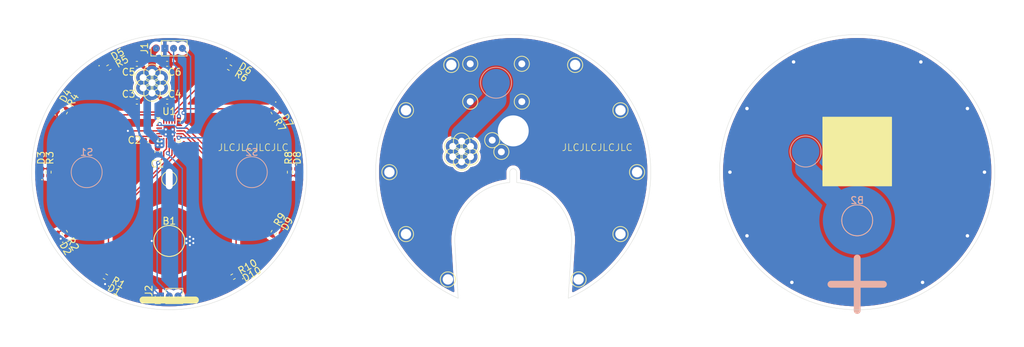
<source format=kicad_pcb>
(kicad_pcb (version 20240108) (generator "pcbnew") (generator_version "8.0")
  (layers (0 "F.Cu" signal) (31 "B.Cu" signal) (34 "B.Paste" user) (35 "F.Paste" user) (36 "B.SilkS" user "B.Silkscreen") (37 "F.SilkS" user "F.Silkscreen") (38 "B.Mask" user) (39 "F.Mask" user) (44 "Edge.Cuts" user))
  (net 0 "")
  (net 1 "Net-(D1-A)")
  (net 2 "GND")
  (net 3 "+3V0")
  (net 4 "Net-(D2-A)")
  (net 5 "Net-(D3-A)")
  (net 6 "Net-(D4-A)")
  (net 7 "Net-(D5-A)")
  (net 8 "Net-(D6-A)")
  (net 9 "Net-(D10-A)")
  (net 10 "Net-(D9-A)")
  (net 11 "Net-(D8-A)")
  (net 12 "Net-(D7-A)")
  (net 13 "/LED7")
  (net 14 "/LED6")
  (net 15 "/LED5")
  (net 16 "/LED4")
  (net 17 "/NRST")
  (net 18 "/SWIO")
  (net 19 "/LED10")
  (net 20 "/LED9")
  (net 21 "/LED8")
  (net 22 "/LED3")
  (net 23 "/LED2")
  (net 24 "/LED1")
  (net 27 "/RX")
  (net 28 "/TX")
  (net 29 "/touch2")
  (net 30 "/touch1")
  (net 31 "VSS")
  (footprint "TestPoint:TestPoint_THTPad_D1.0mm_Drill0.5mm" (layer "F.Cu") (at 133.97853 40.75 120)
    (property "Reference" "T51" (hide yes))
    (property "Value" "TestPoint_THTPad_D1.0mm_Drill0.5mm" (hide yes))
    (pad "1" thru_hole circle (at 0 0 120) (size 0.6 0.6) (drill 0.5) (layers "*.Cu" "*.Mask") (net 2 "GND"))
  )
  (footprint "TestPoint:TestPoint_THTPad_3.0x3.0mm_Drill1.5mm" (layer "F.Cu") (at 100 44)
    (property "Reference" "T1" (hide yes))
    (property "Value" "TestPoint_THTPad_3.0x3.0mm_Drill1.5mm" (hide yes))
    (pad "1" thru_hole circle (at 0 0) (size 4.5 4.5) (drill 4.5) (layers "*.Cu" "*.Mask") (net 2 "GND"))
  )
  (footprint "Resistor_SMD:R_0402_1005Metric" (layer "F.Cu") (at 40.725 65.198745 150)
    (property "Reference" "R1" (at -1 0.2 150) (layer "F.SilkS") (effects (justify left)))
    (property "Value" "47R")
    (pad "1" smd roundrect (at -0.51 0 150) (size 0.54 0.64) (layers "F.Cu" "F.Paste" "F.Mask") (net 24 "/LED1"))
    (pad "2" smd roundrect (at 0.51 0 150) (size 0.54 0.64) (layers "F.Cu" "F.Paste" "F.Mask") (net 1 "Net-(D1-A)"))
  )
  (footprint "TestPoint:TestPoint_THTPad_D1.0mm_Drill0.5mm" (layer "F.Cu") (at 166.021469 40.75)
    (property "Reference" "T43" (hide yes))
    (property "Value" "TestPoint_THTPad_D1.0mm_Drill0.5mm" (hide yes))
    (pad "1" thru_hole circle (at 0 0) (size 0.6 0.6) (drill 0.5) (layers "*.Cu" "*.Mask") (net 2 "GND"))
  )
  (footprint "LED_SMD:LED_0402_1005Metric" (layer "F.Cu") (at 33.97853 59.25 120)
    (property "Reference" "D2" (at -0.999999 -0.1 120) (layer "F.SilkS") (effects (justify left)))
    (property "Value" "LED")
    (pad "1" smd roundrect (at -0.485 0 120) (size 0.59 0.64) (layers "F.Cu" "F.Paste" "F.Mask") (net 2 "GND"))
    (pad "2" smd roundrect (at 0.485 0 120) (size 0.59 0.64) (layers "F.Cu" "F.Paste" "F.Mask") (net 4 "Net-(D2-A)"))
  )
  (footprint "Capacitor_SMD:C_0402_1005Metric" (layer "F.Cu") (at 49.7 34.25)
    (property "Reference" "C6" (at 1.1 1.2 0) (layer "F.SilkS"))
    (property "Value" "10n")
    (pad "1" smd roundrect (at -0.48 0) (size 0.56 0.62) (layers "F.Cu" "F.Paste" "F.Mask") (net 3 "+3V0"))
    (pad "2" smd roundrect (at 0.48 0) (size 0.56 0.62) (layers "F.Cu" "F.Paste" "F.Mask") (net 2 "GND"))
  )
  (footprint "TestPoint:TestPoint_THTPad_3.0x3.0mm_Drill1.5mm" (layer "F.Cu") (at 93.75 34.25 120)
    (property "Reference" "T21" (hide yes))
    (property "Value" "TestPoint_THTPad_3.0x3.0mm_Drill1.5mm" (hide yes))
    (pad "1" thru_hole circle (at 0 0 120) (size 1 1) (drill 1) (layers "*.Cu" "*.Mask") (net 2 "GND"))
  )
  (footprint "Connector_PinHeader_1.27mm:PinHeader_1x04_P1.27mm_Vertical" (layer "F.Cu") (at 48.095 32 90)
    (property "Reference" "J1" (at 0 -1.695 90) (layer "F.SilkS"))
    (property "Value" "Conn_01x04")
    (pad "1" thru_hole oval (at 0 0 90) (size 1 1) (drill 0.1) (layers "*.Cu" "*.Mask") (net 3 "+3V0"))
    (pad "2" thru_hole rect (at 0 1.27 90) (size 1 1) (drill 0.1) (layers "*.Cu" "*.Mask") (net 2 "GND"))
    (pad "3" thru_hole oval (at 0 2.54 90) (size 1 1) (drill 0.1) (layers "*.Cu" "*.Mask") (net 18 "/SWIO"))
    (pad "4" thru_hole oval (at 0 3.81 90) (size 1 1) (drill 0.1) (layers "*.Cu" "*.Mask") (net 17 "/NRST"))
  )
  (footprint "TestPoint:TestPoint_THTPad_3.0x3.0mm_Drill1.5mm" (layer "F.Cu") (at 90.5 65.588457 -150)
    (property "Reference" "T18" (hide yes))
    (property "Value" "TestPoint_THTPad_3.0x3.0mm_Drill1.5mm" (hide yes))
    (pad "1" thru_hole circle (at 0 0 210) (size 1.6 1.6) (drill 1.5) (layers "*.Cu" "*.Mask") (net 2 "GND"))
  )
  (footprint "TestPoint:TestPoint_THTPad_3.0x3.0mm_Drill1.5mm" (layer "F.Cu") (at 109.5 65.588457 -90)
    (property "Reference" "T16" (hide yes))
    (property "Value" "TestPoint_THTPad_3.0x3.0mm_Drill1.5mm" (hide yes))
    (pad "1" thru_hole circle (at 0 0 270) (size 1.6 1.6) (drill 1.5) (layers "*.Cu" "*.Mask") (net 2 "GND"))
  )
  (footprint "TestPoint:TestPoint_THTPad_3.0x3.0mm_Drill1.5mm" (layer "F.Cu") (at 82 50 150)
    (property "Reference" "T20" (hide yes))
    (property "Value" "TestPoint_THTPad_3.0x3.0mm_Drill1.5mm" (hide yes))
    (pad "1" thru_hole circle (at 0 0 150) (size 1.6 1.6) (drill 1.5) (layers "*.Cu" "*.Mask") (net 2 "GND"))
  )
  (footprint "TestPoint:TestPoint_THTPad_D2.0mm_Drill1.0mm" (layer "F.Cu") (at 92.5 45.5)
    (property "Reference" "T51" (hide yes))
    (property "Value" "TestPoint_THTPad_D2.0mm_Drill1.0mm" (hide yes))
    (pad "1" thru_hole circle (at 0 0) (size 2 2) (drill 1) (layers "*.Cu" "*.Mask") (net 3 "+3V0"))
  )
  (footprint "Resistor_SMD:R_0402_1005Metric" (layer "F.Cu") (at 34.801254 58.775 120)
    (property "Reference" "R2" (at -1 0.2 120) (layer "F.SilkS") (effects (justify left)))
    (property "Value" "47R")
    (pad "1" smd roundrect (at -0.51 0 120) (size 0.54 0.64) (layers "F.Cu" "F.Paste" "F.Mask") (net 23 "/LED2"))
    (pad "2" smd roundrect (at 0.51 0 120) (size 0.54 0.64) (layers "F.Cu" "F.Paste" "F.Mask") (net 4 "Net-(D2-A)"))
  )
  (footprint "LED_SMD:LED_0402_1005Metric" (layer "F.Cu") (at 40.25 66.021469 150)
    (property "Reference" "D1" (at -1 -0.100001 150) (layer "F.SilkS") (effects (justify left)))
    (property "Value" "LED")
    (pad "1" smd roundrect (at -0.485 0 150) (size 0.59 0.64) (layers "F.Cu" "F.Paste" "F.Mask") (net 2 "GND"))
    (pad "2" smd roundrect (at 0.485 0 150) (size 0.59 0.64) (layers "F.Cu" "F.Paste" "F.Mask") (net 1 "Net-(D1-A)"))
  )
  (footprint "TestPoint:TestPoint_THTPad_3.0x3.0mm_Drill1.5mm" (layer "F.Cu") (at 84.411542 59 180)
    (property "Reference" "T19" (hide yes))
    (property "Value" "TestPoint_THTPad_3.0x3.0mm_Drill1.5mm" (hide yes))
    (pad "1" thru_hole circle (at 0 0 180) (size 1.6 1.6) (drill 1.5) (layers "*.Cu" "*.Mask") (net 2 "GND"))
  )
  (footprint "Package_DFN_QFN:QFN-20-1EP_3x3mm_P0.4mm_EP1.65x1.65mm" (layer "F.Cu") (at 50 44)
    (property "Reference" "U1" (at 0 -2.83 0) (layer "F.SilkS"))
    (property "Value" "WCH CH32V003F4U6")
    (pad "1" smd roundrect (at -1.45 -0.8) (size 0.85 0.2) (layers "F.Cu" "F.Paste" "F.Mask") (net 17 "/NRST"))
    (pad "2" smd roundrect (at -1.45 -0.4) (size 0.85 0.2) (layers "F.Cu" "F.Paste" "F.Mask"))
    (pad "3" smd roundrect (at -1.45 0) (size 0.85 0.2) (layers "F.Cu" "F.Paste" "F.Mask") (net 30 "/touch1"))
    (pad "4" smd roundrect (at -1.45 0.4) (size 0.85 0.2) (layers "F.Cu" "F.Paste" "F.Mask") (net 2 "GND"))
    (pad "5" smd roundrect (at -1.45 0.8) (size 0.85 0.2) (layers "F.Cu" "F.Paste" "F.Mask") (net 22 "/LED3"))
    (pad "6" smd roundrect (at -0.8 1.45) (size 0.2 0.85) (layers "F.Cu" "F.Paste" "F.Mask") (net 3 "+3V0"))
    (pad "7" smd roundrect (at -0.4 1.45) (size 0.2 0.85) (layers "F.Cu" "F.Paste" "F.Mask") (net 28 "/TX"))
    (pad "8" smd roundrect (at 0 1.45) (size 0.2 0.85) (layers "F.Cu" "F.Paste" "F.Mask") (net 27 "/RX"))
    (pad "9" smd roundrect (at 0.4 1.45) (size 0.2 0.85) (layers "F.Cu" "F.Paste" "F.Mask") (net 23 "/LED2"))
    (pad "10" smd roundrect (at 0.8 1.45) (size 0.2 0.85) (layers "F.Cu" "F.Paste" "F.Mask") (net 24 "/LED1"))
    (pad "11" smd roundrect (at 1.45 0.8) (size 0.85 0.2) (layers "F.Cu" "F.Paste" "F.Mask") (net 29 "/touch2"))
    (pad "12" smd roundrect (at 1.45 0.4) (size 0.85 0.2) (layers "F.Cu" "F.Paste" "F.Mask") (net 19 "/LED10"))
    (pad "13" smd roundrect (at 1.45 0) (size 0.85 0.2) (layers "F.Cu" "F.Paste" "F.Mask") (net 20 "/LED9"))
    (pad "14" smd roundrect (at 1.45 -0.4) (size 0.85 0.2) (layers "F.Cu" "F.Paste" "F.Mask") (net 21 "/LED8"))
    (pad "15" smd roundrect (at 1.45 -0.8) (size 0.85 0.2) (layers "F.Cu" "F.Paste" "F.Mask") (net 18 "/SWIO"))
    (pad "16" smd roundrect (at 0.8 -1.45) (size 0.2 0.85) (layers "F.Cu" "F.Paste" "F.Mask") (net 13 "/LED7"))
    (pad "17" smd roundrect (at 0.4 -1.45) (size 0.2 0.85) (layers "F.Cu" "F.Paste" "F.Mask") (net 14 "/LED6"))
    (pad "18" smd roundrect (at 0 -1.45) (size 0.2 0.85) (layers "F.Cu" "F.Paste" "F.Mask"))
    (pad "19" smd roundrect (at -0.4 -1.45) (size 0.2 0.85) (layers "F.Cu" "F.Paste" "F.Mask") (net 15 "/LED5"))
    (pad "20" smd roundrect (at -0.8 -1.45) (size 0.2 0.85) (layers "F.Cu" "F.Paste" "F.Mask") (net 16 "/LED4"))
    (pad "21" smd rect (at 0 0) (size 1.65 1.65) (property pad_prop_heatsink) (layers "F.Cu" "F.Mask") (net 31 "VSS"))
  )
  (footprint "TestPoint:TestPoint_THTPad_D2.0mm_Drill1.0mm" (layer "F.Cu") (at 93.799038 47.75 -120)
    (property "Reference" "T53" (hide yes))
    (property "Value" "TestPoint_THTPad_D2.0mm_Drill1.0mm" (hide yes))
    (pad "1" thru_hole circle (at 0 0 240) (size 2 2) (drill 1) (layers "*.Cu" "*.Mask") (net 3 "+3V0"))
  )
  (footprint "TestPoint:TestPoint_THTPad_D2.0mm_Drill1.0mm" (layer "F.Cu") (at 47.5 37)
    (property "Reference" "T51" (hide yes))
    (property "Value" "TestPoint_THTPad_D2.0mm_Drill1.0mm" (hide yes))
    (pad "1" thru_hole circle (at 0 0) (size 2 2) (drill 1) (layers "*.Cu" "*.Mask") (net 3 "+3V0"))
  )
  (footprint "TestPoint:TestPoint_THTPad_3.0x3.0mm_Drill1.5mm" (layer "F.Cu") (at 96.95 45.35 120)
    (property "Reference" "T21" (hide yes))
    (property "Value" "TestPoint_THTPad_3.0x3.0mm_Drill1.5mm" (hide yes))
    (pad "1" thru_hole circle (at 0 0 120) (size 1 1) (drill 1) (layers "*.Cu" "*.Mask") (net 2 "GND"))
  )
  (footprint "TestPoint:TestPoint_THTPad_3.0x3.0mm_Drill1.5mm" (layer "F.Cu") (at 84.411542 41 120)
    (property "Reference" "T21" (hide yes))
    (property "Value" "TestPoint_THTPad_3.0x3.0mm_Drill1.5mm" (hide yes))
    (pad "1" thru_hole circle (at 0 0 120) (size 1.6 1.6) (drill 1.5) (layers "*.Cu" "*.Mask") (net 2 "GND"))
  )
  (footprint "TestPoint:TestPoint_THTPad_D2.0mm_Drill1.0mm" (layer "F.Cu") (at 92.5 48.5 180)
    (property "Reference" "T54" (hide yes))
    (property "Value" "TestPoint_THTPad_D2.0mm_Drill1.0mm" (hide yes))
    (pad "1" thru_hole circle (at 0 0 180) (size 2 2) (drill 1) (layers "*.Cu" "*.Mask") (net 3 "+3V0"))
  )
  (footprint "TestPoint:TestPoint_THTPad_3.0x3.0mm_Drill1.5mm" (layer "F.Cu") (at 101.25 39.75 120)
    (property "Reference" "T21" (hide yes))
    (property "Value" "TestPoint_THTPad_3.0x3.0mm_Drill1.5mm" (hide yes))
    (pad "1" thru_hole circle (at 0 0 120) (size 1 1) (drill 1) (layers "*.Cu" "*.Mask") (net 2 "GND"))
  )
  (footprint "Capacitor_SMD:C_0402_1005Metric" (layer "F.Cu") (at 48.275 47.05 -90)
    (property "Reference" "C1" (at 1.75 0 0) (layer "F.SilkS"))
    (property "Value" "10n")
    (pad "1" smd roundrect (at -0.48 0 270) (size 0.56 0.62) (layers "F.Cu" "F.Paste" "F.Mask") (net 3 "+3V0"))
    (pad "2" smd roundrect (at 0.48 0 270) (size 0.56 0.62) (layers "F.Cu" "F.Paste" "F.Mask") (net 2 "GND"))
  )
  (footprint "TestPoint:TestPoint_THTPad_D1.0mm_Drill0.5mm" (layer "F.Cu") (at 131.5 50 150)
    (property "Reference" "T50" (hide yes))
    (property "Value" "TestPoint_THTPad_D1.0mm_Drill0.5mm" (hide yes))
    (pad "1" thru_hole circle (at 0 0 150) (size 0.6 0.6) (drill 0.5) (layers "*.Cu" "*.Mask") (net 2 "GND"))
  )
  (footprint "TestPoint:TestPoint_THTPad_D2.0mm_Drill1.0mm" (layer "F.Cu") (at 93.799038 46.25 -60)
    (property "Reference" "T52" (hide yes))
    (property "Value" "TestPoint_THTPad_D2.0mm_Drill1.0mm" (hide yes))
    (pad "1" thru_hole circle (at 0 0 300) (size 2 2) (drill 1) (layers "*.Cu" "*.Mask") (net 3 "+3V0"))
  )
  (footprint "TestPoint:TestPoint_THTPad_3.0x3.0mm_Drill1.5mm" (layer "F.Cu") (at 115.588457 41)
    (property "Reference" "T13" (hide yes))
    (property "Value" "TestPoint_THTPad_3.0x3.0mm_Drill1.5mm" (hide yes))
    (pad "1" thru_hole circle (at 0 0) (size 1.6 1.6) (drill 1.5) (layers "*.Cu" "*.Mask") (net 2 "GND"))
  )
  (footprint "Capacitor_SMD:C_0402_1005Metric" (layer "F.Cu") (at 45.3 34.25 180)
    (property "Reference" "C5" (at 1.2 -1.2 0) (layer "F.SilkS"))
    (property "Value" "10n")
    (pad "1" smd roundrect (at -0.48 0 180) (size 0.56 0.62) (layers "F.Cu" "F.Paste" "F.Mask") (net 3 "+3V0"))
    (pad "2" smd roundrect (at 0.48 0 180) (size 0.56 0.62) (layers "F.Cu" "F.Paste" "F.Mask") (net 2 "GND"))
  )
  (footprint "Resistor_SMD:R_0402_1005Metric" (layer "F.Cu") (at 59.275 65.198745 -150)
    (property "Reference" "R10" (at -1 0.2 -150) (layer "F.SilkS") (effects (justify left)))
    (property "Value" "47R")
    (pad "1" smd roundrect (at -0.51 0 210) (size 0.54 0.64) (layers "F.Cu" "F.Paste" "F.Mask") (net 19 "/LED10"))
    (pad "2" smd roundrect (at 0.51 0 210) (size 0.54 0.64) (layers "F.Cu" "F.Paste" "F.Mask") (net 9 "Net-(D10-A)"))
  )
  (footprint "TestPoint:TestPoint_THTPad_3.0x3.0mm_Drill1.5mm" (layer "F.Cu") (at 91 34.411542 90)
    (property "Reference" "T22" (hide yes))
    (property "Value" "TestPoint_THTPad_3.0x3.0mm_Drill1.5mm" (hide yes))
    (pad "1" thru_hole circle (at 0 0 90) (size 1.6 1.6) (drill 1.5) (layers "*.Cu" "*.Mask") (net 2 "GND"))
  )
  (footprint "TestPoint:TestPoint_THTPad_D2.0mm_Drill1.0mm" (layer "F.Cu") (at 46.200961 37.75 120)
    (property "Reference" "T55" (hide yes))
    (property "Value" "TestPoint_THTPad_D2.0mm_Drill1.0mm" (hide yes))
    (pad "1" thru_hole circle (at 0 0 120) (size 2 2) (drill 1) (layers "*.Cu" "*.Mask") (net 3 "+3V0"))
  )
  (footprint "TestPoint:TestPoint_THTPad_D2.0mm_Drill1.0mm" (layer "F.Cu") (at 48.799038 37.75 -120)
    (property "Reference" "T53" (hide yes))
    (property "Value" "TestPoint_THTPad_D2.0mm_Drill1.0mm" (hide yes))
    (pad "1" thru_hole circle (at 0 0 240) (size 2 2) (drill 1) (layers "*.Cu" "*.Mask") (net 3 "+3V0"))
  )
  (footprint "TestPoint:TestPoint_THTPad_D2.0mm_Drill1.0mm" (layer "F.Cu") (at 91.200961 46.25 60)
    (property "Reference" "T56" (hide yes))
    (property "Value" "TestPoint_THTPad_D2.0mm_Drill1.0mm" (hide yes))
    (pad "1" thru_hole circle (at 0 0 60) (size 2 2) (drill 1) (layers "*.Cu" "*.Mask") (net 3 "+3V0"))
  )
  (footprint "LED_SMD:LED_0402_1005Metric" (layer "F.Cu") (at 59.25 33.97853 -30)
    (property "Reference" "D6" (at 0.999999 -0.1 -30) (layer "F.SilkS") (effects (justify left)))
    (property "Value" "LED")
    (pad "1" smd roundrect (at -0.485 0 330) (size 0.59 0.64) (layers "F.Cu" "F.Paste" "F.Mask") (net 2 "GND"))
    (pad "2" smd roundrect (at 0.485 0 330) (size 0.59 0.64) (layers "F.Cu" "F.Paste" "F.Mask") (net 8 "Net-(D6-A)"))
  )
  (footprint "Resistor_SMD:R_0402_1005Metric" (layer "F.Cu") (at 67.55 50 -90)
    (property "Reference" "R8" (at -1 0.2 -90) (layer "F.SilkS") (effects (justify left)))
    (property "Value" "47R")
    (pad "1" smd roundrect (at -0.51 0 270) (size 0.54 0.64) (layers "F.Cu" "F.Paste" "F.Mask") (net 21 "/LED8"))
    (pad "2" smd roundrect (at 0.51 0 270) (size 0.54 0.64) (layers "F.Cu" "F.Paste" "F.Mask") (net 11 "Net-(D8-A)"))
  )
  (footprint "Resistor_SMD:R_0402_1005Metric" (layer "F.Cu") (at 34.801254 41.225 60)
    (property "Reference" "R4" (at 1 0.2 60) (layer "F.SilkS") (effects (justify left)))
    (property "Value" "47R")
    (pad "1" smd roundrect (at -0.51 0 60) (size 0.54 0.64) (layers "F.Cu" "F.Paste" "F.Mask") (net 16 "/LED4"))
    (pad "2" smd roundrect (at 0.51 0 60) (size 0.54 0.64) (layers "F.Cu" "F.Paste" "F.Mask") (net 6 "Net-(D4-A)"))
  )
  (footprint "TestPoint:TestPoint_THTPad_D1.0mm_Drill0.5mm" (layer "F.Cu") (at 140.5 66.021469 -150)
    (property "Reference" "T48" (hide yes))
    (property "Value" "TestPoint_THTPad_D1.0mm_Drill0.5mm" (hide yes))
    (pad "1" thru_hole circle (at 0 0 210) (size 0.6 0.6) (drill 0.5) (layers "*.Cu" "*.Mask") (net 2 "GND"))
  )
  (footprint "TestPoint:TestPoint_THTPad_D1.0mm_Drill0.5mm" (layer "F.Cu") (at 168.5 50 -30)
    (property "Reference" "T44" (hide yes))
    (property "Value" "TestPoint_THTPad_D1.0mm_Drill0.5mm" (hide yes))
    (pad "1" thru_hole circle (at 0 0 330) (size 0.6 0.6) (drill 0.5) (layers "*.Cu" "*.Mask") (net 2 "GND"))
  )
  (footprint "Resistor_SMD:R_0402_1005Metric" (layer "F.Cu") (at 32.45 50 90)
    (property "Reference" "R3" (at 1 0.2 90) (layer "F.SilkS") (effects (justify left)))
    (property "Value" "47R")
    (pad "1" smd roundrect (at -0.51 0 90) (size 0.54 0.64) (layers "F.Cu" "F.Paste" "F.Mask") (net 22 "/LED3"))
    (pad "2" smd roundrect (at 0.51 0 90) (size 0.54 0.64) (layers "F.Cu" "F.Paste" "F.Mask") (net 5 "Net-(D3-A)"))
  )
  (footprint "TestPoint:TestPoint_THTPad_D1.0mm_Drill0.5mm" (layer "F.Cu") (at 166.021469 59.25 -60)
    (property "Reference" "T45" (hide yes))
    (property "Value" "TestPoint_THTPad_D1.0mm_Drill0.5mm" (hide yes))
    (pad "1" thru_hole circle (at 0 0 300) (size 0.6 0.6) (drill 0.5) (layers "*.Cu" "*.Mask") (net 2 "GND"))
  )
  (footprint "TestPoint:TestPoint_THTPad_D2.0mm_Drill1.0mm" (layer "F.Cu") (at 47.5 35.5)
    (property "Reference" "T51" (hide yes))
    (property "Value" "TestPoint_THTPad_D2.0mm_Drill1.0mm" (hide yes))
    (pad "1" thru_hole circle (at 0 0) (size 2 2) (drill 1) (layers "*.Cu" "*.Mask") (net 3 "+3V0"))
  )
  (footprint "LED_SMD:LED_0402_1005Metric" (layer "F.Cu") (at 59.75 66.021469 -150)
    (property "Reference" "D10" (at -0.999999 -0.1 -150) (layer "F.SilkS") (effects (justify left)))
    (property "Value" "LED")
    (pad "1" smd roundrect (at -0.485 0 210) (size 0.59 0.64) (layers "F.Cu" "F.Paste" "F.Mask") (net 2 "GND"))
    (pad "2" smd roundrect (at 0.485 0 210) (size 0.59 0.64) (layers "F.Cu" "F.Paste" "F.Mask") (net 9 "Net-(D10-A)"))
  )
  (footprint "TestPoint:TestPoint_THTPad_3.0x3.0mm_Drill1.5mm" (layer "F.Cu") (at 93.75 39.75 120)
    (property "Reference" "T21" (hide yes))
    (property "Value" "TestPoint_THTPad_3.0x3.0mm_Drill1.5mm" (hide yes))
    (pad "1" thru_hole circle (at 0 0 120) (size 1 1) (drill 1) (layers "*.Cu" "*.Mask") (net 2 "GND"))
  )
  (footprint "TestPoint:TestPoint_THTPad_3.0x3.0mm_Drill1.5mm" (layer "F.Cu") (at 118 50 -30)
    (property "Reference" "T14" (hide yes))
    (property "Value" "TestPoint_THTPad_3.0x3.0mm_Drill1.5mm" (hide yes))
    (pad "1" thru_hole circle (at 0 0 330) (size 1.6 1.6) (drill 1.5) (layers "*.Cu" "*.Mask") (net 2 "GND"))
  )
  (footprint "Capacitor_SMD:C_0402_1005Metric" (layer "F.Cu") (at 49.7 39.75)
    (property "Reference" "C4" (at 1.1 -1.1 0) (layer "F.SilkS"))
    (property "Value" "10n")
    (pad "1" smd roundrect (at -0.48 0) (size 0.56 0.62) (layers "F.Cu" "F.Paste" "F.Mask") (net 3 "+3V0"))
    (pad "2" smd roundrect (at 0.48 0) (size 0.56 0.62) (layers "F.Cu" "F.Paste" "F.Mask") (net 2 "GND"))
  )
  (footprint "TestPoint:TestPoint_THTPad_3.0x3.0mm_Drill1.5mm" (layer "F.Cu") (at 115.588457 59 -60)
    (property "Reference" "T15" (hide yes))
    (property "Value" "TestPoint_THTPad_3.0x3.0mm_Drill1.5mm" (hide yes))
    (pad "1" thru_hole circle (at 0 0 300) (size 1.6 1.6) (drill 1.5) (layers "*.Cu" "*.Mask") (net 2 "GND"))
  )
  (footprint "TestPoint:TestPoint_THTPad_D2.0mm_Drill1.0mm" (layer "F.Cu") (at 46.200961 36.25 60)
    (property "Reference" "T56" (hide yes))
    (property "Value" "TestPoint_THTPad_D2.0mm_Drill1.0mm" (hide yes))
    (pad "1" thru_hole circle (at 0 0 60) (size 2 2) (drill 1) (layers "*.Cu" "*.Mask") (net 3 "+3V0"))
  )
  (footprint "Capacitor_SMD:C_0402_1005Metric" (layer "F.Cu") (at 45.3 39.75 180)
    (property "Reference" "C3" (at 1.2 1.1 0) (layer "F.SilkS"))
    (property "Value" "10n")
    (pad "1" smd roundrect (at -0.48 0 180) (size 0.56 0.62) (layers "F.Cu" "F.Paste" "F.Mask") (net 3 "+3V0"))
    (pad "2" smd roundrect (at 0.48 0 180) (size 0.56 0.62) (layers "F.Cu" "F.Paste" "F.Mask") (net 2 "GND"))
  )
  (footprint "TestPoint:TestPoint_THTPad_D2.0mm_Drill1.0mm" (layer "F.Cu") (at 48.799038 36.25 -60)
    (property "Reference" "T52" (hide yes))
    (property "Value" "TestPoint_THTPad_D2.0mm_Drill1.0mm" (hide yes))
    (pad "1" thru_hole circle (at 0 0 300) (size 2 2) (drill 1) (layers "*.Cu" "*.Mask") (net 3 "+3V0"))
  )
  (footprint "TestPoint:TestPoint_THTPad_D2.0mm_Drill1.0mm" (layer "F.Cu") (at 92.5 47)
    (property "Reference" "T51" (hide yes))
    (property "Value" "TestPoint_THTPad_D2.0mm_Drill1.0mm" (hide yes))
    (pad "1" thru_hole circle (at 0 0) (size 2 2) (drill 1) (layers "*.Cu" "*.Mask") (net 3 "+3V0"))
  )
  (footprint "TestPoint:TestPoint_THTPad_3.0x3.0mm_Drill1.5mm" (layer "F.Cu") (at 109 34.411542 30)
    (property "Reference" "T12" (hide yes))
    (property "Value" "TestPoint_THTPad_3.0x3.0mm_Drill1.5mm" (hide yes))
    (pad "1" thru_hole circle (at 0 0 30) (size 1.6 1.6) (drill 1.5) (layers "*.Cu" "*.Mask") (net 2 "GND"))
  )
  (footprint "Resistor_SMD:R_0402_1005Metric" (layer "F.Cu") (at 58.775 34.801254 -30)
    (property "Reference" "R6" (at 1 0.2 -30) (layer "F.SilkS") (effects (justify left)))
    (property "Value" "47R")
    (pad "1" smd roundrect (at -0.51 0 330) (size 0.54 0.64) (layers "F.Cu" "F.Paste" "F.Mask") (net 14 "/LED6"))
    (pad "2" smd roundrect (at 0.51 0 330) (size 0.54 0.64) (layers "F.Cu" "F.Paste" "F.Mask") (net 8 "Net-(D6-A)"))
  )
  (footprint "TestPoint:TestPoint_THTPad_D1.0mm_Drill0.5mm" (layer "F.Cu") (at 159.5 66.021469 -90)
    (property "Reference" "T46" (hide yes))
    (property "Value" "TestPoint_THTPad_D1.0mm_Drill0.5mm" (hide yes))
    (pad "1" thru_hole circle (at 0 0 270) (size 0.6 0.6) (drill 0.5) (layers "*.Cu" "*.Mask") (net 2 "GND"))
  )
  (footprint "TestPoint:TestPoint_THTPad_3.0x3.0mm_Drill1.5mm" (layer "F.Cu") (at 101.25 34.25 120)
    (property "Reference" "T21" (hide yes))
    (property "Value" "TestPoint_THTPad_3.0x3.0mm_Drill1.5mm" (hide yes))
    (pad "1" thru_hole circle (at 0 0 120) (size 1 1) (drill 1) (layers "*.Cu" "*.Mask") (net 2 "GND"))
  )
  (footprint "Resistor_SMD:R_0402_1005Metric" (layer "F.Cu") (at 41.225 34.801254 30)
    (property "Reference" "R5" (at 1 0.2 30) (layer "F.SilkS") (effects (justify left)))
    (property "Value" "47R")
    (pad "1" smd roundrect (at -0.51 0 30) (size 0.54 0.64) (layers "F.Cu" "F.Paste" "F.Mask") (net 15 "/LED5"))
    (pad "2" smd roundrect (at 0.51 0 30) (size 0.54 0.64) (layers "F.Cu" "F.Paste" "F.Mask") (net 7 "Net-(D5-A)"))
  )
  (footprint "TestPoint:TestPoint_Pad_D4.0mm" (layer "F.Cu") (at 50 60)
    (property "Reference" "-" (at 0 7.818 0) (layer "F.SilkS") (effects (font (size 10 10) (thickness 1))))
    (property "Value" "BAT-")
    (pad "1" smd circle (at 0 0) (size 10 10) (layers "F.Cu" "F.Mask") (net 2 "GND"))
  )
  (footprint "TestPoint:TestPoint_THTPad_D2.0mm_Drill1.0mm" (layer "F.Cu") (at 47.5 38.5 180)
    (property "Reference" "T54" (hide yes))
    (property "Value" "TestPoint_THTPad_D2.0mm_Drill1.0mm" (hide yes))
    (pad "1" thru_hole circle (at 0 0 180) (size 2 2) (drill 1) (layers "*.Cu" "*.Mask") (net 3 "+3V0"))
  )
  (footprint "Resistor_SMD:R_0402_1005Metric" (layer "F.Cu") (at 65.198745 58.775 -120)
    (property "Reference" "R9" (at -1 0.2 -120) (layer "F.SilkS") (effects (justify left)))
    (property "Value" "47R")
    (pad "1" smd roundrect (at -0.51 0 240) (size 0.54 0.64) (layers "F.Cu" "F.Paste" "F.Mask") (net 20 "/LED9"))
    (pad "2" smd roundrect (at 0.51 0 240) (size 0.54 0.64) (layers "F.Cu" "F.Paste" "F.Mask") (net 10 "Net-(D9-A)"))
  )
  (footprint "TestPoint:TestPoint_THTPad_3.0x3.0mm_Drill1.5mm" (layer "F.Cu") (at 50 51)
    (property "Reference" "T1" (hide yes))
    (property "Value" "TestPoint_THTPad_3.0x3.0mm_Drill1.5mm" (hide yes))
    (pad "1" thru_hole oval (at 0 0) (size 1.2 3.2) (drill oval 1 3) (layers "*.Cu" "*.Mask") (net 2 "GND"))
  )
  (footprint "TestPoint:TestPoint_THTPad_D1.0mm_Drill0.5mm" (layer "F.Cu") (at 140.75 33.97853 60)
    (property "Reference" "T52" (hide yes))
    (property "Value" "TestPoint_THTPad_D1.0mm_Drill0.5mm" (hide yes))
    (pad "1" thru_hole circle (at 0 0 60) (size 0.6 0.6) (drill 0.5) (layers "*.Cu" "*.Mask") (net 2 "GND"))
  )
  (footprint "TestPoint:TestPoint_THTPad_3.0x3.0mm_Drill1.5mm" (layer "F.Cu") (at 98.275 47.05 120)
    (property "Reference" "T21" (hide yes))
    (property "Value" "TestPoint_THTPad_3.0x3.0mm_Drill1.5mm" (hide yes))
    (pad "1" thru_hole circle (at 0 0 120) (size 1 1) (drill 1) (layers "*.Cu" "*.Mask") (net 2 "GND"))
  )
  (footprint "LED_SMD:LED_0402_1005Metric" (layer "F.Cu") (at 40.75 33.97853 30)
    (property "Reference" "D5" (at 1 -0.100001 30) (layer "F.SilkS") (effects (justify left)))
    (property "Value" "LED")
    (pad "1" smd roundrect (at -0.485 0 30) (size 0.59 0.64) (layers "F.Cu" "F.Paste" "F.Mask") (net 2 "GND"))
    (pad "2" smd roundrect (at 0.485 0 30) (size 0.59 0.64) (layers "F.Cu" "F.Paste" "F.Mask") (net 7 "Net-(D5-A)"))
  )
  (footprint "TestPoint:TestPoint_THTPad_D2.0mm_Drill1.0mm" (layer "F.Cu") (at 91.200961 47.75 120)
    (property "Reference" "T55" (hide yes))
    (property "Value" "TestPoint_THTPad_D2.0mm_Drill1.0mm" (hide yes))
    (pad "1" thru_hole circle (at 0 0 120) (size 2 2) (drill 1) (layers "*.Cu" "*.Mask") (net 3 "+3V0"))
  )
  (footprint "Connector_PinHeader_1.27mm:PinHeader_1x03_P1.27mm_Vertical" (layer "F.Cu") (at 48.73 68 90)
    (property "Reference" "J2" (at 0.75 -1.695 90) (layer "F.SilkS"))
    (property "Value" "Conn_01x03")
    (pad "1" thru_hole rect (at 0 0 90) (size 1 1) (drill 0.1) (layers "*.Cu" "*.Mask") (net 2 "GND"))
    (pad "2" thru_hole oval (at 0 1.27 90) (size 1 1) (drill 0.1) (layers "*.Cu" "*.Mask") (net 28 "/TX"))
    (pad "3" thru_hole oval (at 0 2.54 90) (size 1 1) (drill 0.1) (layers "*.Cu" "*.Mask") (net 27 "/RX"))
  )
  (footprint "LED_SMD:LED_0402_1005Metric" (layer "F.Cu") (at 66.021469 59.25 -120)
    (property "Reference" "D9" (at -1 -0.100001 -120) (layer "F.SilkS") (effects (justify left)))
    (property "Value" "LED")
    (pad "1" smd roundrect (at -0.485 0 240) (size 0.59 0.64) (layers "F.Cu" "F.Paste" "F.Mask") (net 2 "GND"))
    (pad "2" smd roundrect (at 0.485 0 240) (size 0.59 0.64) (layers "F.Cu" "F.Paste" "F.Mask") (net 10 "Net-(D9-A)"))
  )
  (footprint "TestPoint:TestPoint_Pad_D4.0mm" (layer "F.Cu") (at 50 60)
    (property "Reference" "B1" (at 0 -2.898 0) (layer "F.SilkS"))
    (property "Value" "BAT-")
    (pad "1" smd circle (at 0 0) (size 4 4) (layers "F.Cu" "F.Mask") (net 2 "GND"))
  )
  (footprint "Resistor_SMD:R_0402_1005Metric" (layer "F.Cu") (at 65.198745 41.225 -60)
    (property "Reference" "R7" (at 0.999999 0.200001 -60) (layer "F.SilkS") (effects (justify left)))
    (property "Value" "47R")
    (pad "1" smd roundrect (at -0.51 0 300) (size 0.54 0.64) (layers "F.Cu" "F.Paste" "F.Mask") (net 13 "/LED7"))
    (pad "2" smd roundrect (at 0.51 0 300) (size 0.54 0.64) (layers "F.Cu" "F.Paste" "F.Mask") (net 12 "Net-(D7-A)"))
  )
  (footprint "LED_SMD:LED_0402_1005Metric" (layer "F.Cu") (at 31.5 50 90)
    (property "Reference" "D3" (at 1 -0.1 90) (layer "F.SilkS") (effects (justify left)))
    (property "Value" "LED")
    (pad "1" smd roundrect (at -0.485 0 90) (size 0.59 0.64) (layers "F.Cu" "F.Paste" "F.Mask") (net 2 "GND"))
    (pad "2" smd roundrect (at 0.485 0 90) (size 0.59 0.64) (layers "F.Cu" "F.Paste" "F.Mask") (net 5 "Net-(D3-A)"))
  )
  (footprint "LED_SMD:LED_0402_1005Metric" (layer "F.Cu") (at 33.97853 40.75 60)
    (property "Reference" "D4" (at 0.999999 -0.1 60) (layer "F.SilkS") (effects (justify left)))
    (property "Value" "LED")
    (pad "1" smd roundrect (at -0.485 0 60) (size 0.59 0.64) (layers "F.Cu" "F.Paste" "F.Mask") (net 2 "GND"))
    (pad "2" smd roundrect (at 0.485 0 60) (size 0.59 0.64) (layers "F.Cu" "F.Paste" "F.Mask") (net 6 "Net-(D4-A)"))
  )
  (footprint "LED_SMD:LED_0402_1005Metric" (layer "F.Cu") (at 66.021469 40.75 -60)
    (property "Reference" "D7" (at 1 -0.100001 -60) (layer "F.SilkS") (effects (justify left)))
    (property "Value" "LED")
    (pad "1" smd roundrect (at -0.485 0 300) (size 0.59 0.64) (layers "F.Cu" "F.Paste" "F.Mask") (net 2 "GND"))
    (pad "2" smd roundrect (at 0.485 0 300) (size 0.59 0.64) (layers "F.Cu" "F.Paste" "F.Mask") (net 12 "Net-(D7-A)"))
  )
  (footprint "Capacitor_SMD:C_0402_1005Metric" (layer "F.Cu") (at 46.95 45.35 180)
    (property "Reference" "C2" (at 2 0 0) (layer "F.SilkS"))
    (property "Value" "10n")
    (pad "1" smd roundrect (at -0.48 0 180) (size 0.56 0.62) (layers "F.Cu" "F.Paste" "F.Mask") (net 3 "+3V0"))
    (pad "2" smd roundrect (at 0.48 0 180) (size 0.56 0.62) (layers "F.Cu" "F.Paste" "F.Mask") (net 2 "GND"))
  )
  (footprint "LED_SMD:LED_0402_1005Metric" (layer "F.Cu") (at 68.5 50 -90)
    (property "Reference" "D8" (at -1 -0.1 -90) (layer "F.SilkS") (effects (justify left)))
    (property "Value" "LED")
    (pad "1" smd roundrect (at -0.485 0 270) (size 0.59 0.64) (layers "F.Cu" "F.Paste" "F.Mask") (net 2 "GND"))
    (pad "2" smd roundrect (at 0.485 0 270) (size 0.59 0.64) (layers "F.Cu" "F.Paste" "F.Mask") (net 11 "Net-(D8-A)"))
  )
  (footprint "TestPoint:TestPoint_THTPad_D1.0mm_Drill0.5mm" (layer "F.Cu") (at 133.97853 59.25 180)
    (property "Reference" "T49" (hide yes))
    (property "Value" "TestPoint_THTPad_D1.0mm_Drill0.5mm" (hide yes))
    (pad "1" thru_hole circle (at 0 0 180) (size 0.6 0.6) (drill 0.5) (layers "*.Cu" "*.Mask") (net 2 "GND"))
  )
  (footprint "TestPoint:TestPoint_THTPad_D1.0mm_Drill0.5mm" (layer "F.Cu") (at 159.25 33.97853 30)
    (property "Reference" "T42" (hide yes))
    (property "Value" "TestPoint_THTPad_D1.0mm_Drill0.5mm" (hide yes))
    (pad "1" thru_hole circle (at 0 0 30) (size 0.6 0.6) (drill 0.5) (layers "*.Cu" "*.Mask") (net 2 "GND"))
  )
  (footprint "TestPoint:TestPoint_Pad_D4.0mm" (layer "B.Cu") (at 97.5 37 180)
    (property "Reference" "REF**" (hide yes))
    (property "Value" "TestPoint_Pad_D4.0mm" (hide yes))
    (pad "1" smd circle (at 0 0 180) (size 4 4) (layers "B.Cu" "B.Mask") (net 3 "+3V0"))
  )
  (footprint "TestPoint:TestPoint_Pad_D4.0mm" (layer "B.Cu") (at 142.5 47 180)
    (property "Reference" "REF**" (hide yes))
    (property "Value" "TestPoint_Pad_D4.0mm" (hide yes))
    (pad "1" smd circle (at 0 0 180) (size 4 4) (layers "B.Cu" "B.Mask") (net 3 "+3V0"))
  )
  (footprint "TestPoint:TestPoint_Pad_D4.0mm" (layer "B.Cu") (at 62 50 180)
    (property "Reference" "S2" (at 0 2.898 0) (layer "B.SilkS") (effects (justify mirror)))
    (property "Value" "touch")
    (pad "1" smd roundrect (at 0.7 0 180) (size 13 20) (layers "B.Cu" "B.Mask") (roundrect_rratio 0.4615384615) (net 29 "/touch2"))
  )
  (footprint "TestPoint:TestPoint_Pad_D4.0mm" (layer "B.Cu") (at 38 50 180)
    (property "Reference" "S1" (at 0 2.898 0) (layer "B.SilkS") (effects (justify mirror)))
    (property "Value" "touch")
    (pad "1" smd roundrect (at -0.7 0 180) (size 13 20) (layers "B.Cu" "B.Mask") (roundrect_rratio 0.4615384615) (net 30 "/touch1"))
  )
  (footprint "TestPoint:TestPoint_Pad_D4.0mm" (layer "B.Cu") (at 150 57 180)
    (property "Reference" "+" (at 0 -8.532 0) (layer "B.SilkS") (effects (font (size 10 10) (thickness 1)) (justify mirror)))
    (property "Value" "BAT+")
    (pad "1" smd circle (at 0 0 180) (size 10 10) (layers "B.Cu" "B.Mask") (net 3 "+3V0"))
  )
  (footprint "TestPoint:TestPoint_Pad_D4.0mm" (layer "B.Cu") (at 150 57 180)
    (property "Reference" "B2" (at 0 2.898 0) (layer "B.SilkS") (effects (justify mirror)))
    (property "Value" "BAT+")
    (pad "1" smd circle (at 0 0 180) (size 4 4) (layers "B.Cu" "B.Mask") (net 3 "+3V0"))
  )
  (gr_rect (start 145 42) (end 155 52) (stroke (width 0.1)) (fill solid) (layer "F.SilkS"))
  (gr_poly (pts (xy 118.724697 42.972504) (xy 119.02113 43.81966) (xy 119.279257 44.679263) (xy 119.498558 45.549581) (xy 119.678592 46.428862) (xy 119.818995 47.315335) (xy 119.919486 48.207214) (xy 119.979861 49.102703) (xy 120 50) (xy 119.979861 50.897297) (xy 119.919486 51.792786) (xy 119.818995 52.684665) (xy 119.678592 53.571138) (xy 119.498558 54.450419) (xy 119.279257 55.320737) (xy 119.02113 56.18034) (xy 118.724697 57.027496) (xy 118.390555 57.860501) (xy 118.019377 58.677675) (xy 117.611911 59.477373) (xy 117.168976 60.257986) (xy 116.691465 61.01794) (xy 116.18034 61.755705) (xy 115.63663 62.469796) (xy 115.061429 63.158775) (xy 114.455897 63.821253) (xy 113.821253 64.455897) (xy 113.158775 65.061429) (xy 112.469796 65.63663) (xy 111.755705 66.18034) (xy 111.01794 66.691465) (xy 110.257986 67.168976) (xy 109.477373 67.611911) (xy 108.677675 68.019377) (xy 108 68.33) (xy 108.5 60) (xy 108.480185 59.419939) (xy 108.420831 58.842583) (xy 108.322215 58.270624) (xy 108.184797 57.706727) (xy 108.009218 57.153523) (xy 107.796296 56.613591) (xy 107.547024 56.089447) (xy 107.262565 55.583536) (xy 106.944244 55.098217) (xy 106.593546 54.635752) (xy 106.212106 54.198298) (xy 105.801702 53.787894) (xy 105.364248 53.406454) (xy 104.901783 53.055756) (xy 104.416464 52.737435) (xy 103.910553 52.452976) (xy 103.386409 52.203704) (xy 102.846477 51.990782) (xy 102.293273 51.815203) (xy 101.729376 51.677785) (xy 101.157417 51.579169) (xy 100.5 51.5) (xy 100.5 50) (xy 100.479746 49.859134) (xy 100.420627 49.72968) (xy 100.32743 49.622125) (xy 100.207708 49.545184) (xy 100.071157 49.505089) (xy 99.928843 49.505089) (xy 99.792292 49.545184) (xy 99.67257 49.622125) (xy 99.579373 49.72968) (xy 99.520254 49.859134) (xy 99.5 50) (xy 99.5 51.5) (xy 98.842583 51.579169) (xy 98.270624 51.677785) (xy 97.706727 51.815203) (xy 97.153523 51.990782) (xy 96.613591 52.203704) (xy 96.089447 52.452976) (xy 95.583536 52.737435) (xy 95.098217 53.055756) (xy 94.635752 53.406454) (xy 94.198298 53.787894) (xy 93.787894 54.198298) (xy 93.406454 54.635752) (xy 93.055756 55.098217) (xy 92.737435 55.583536) (xy 92.452976 56.089447) (xy 92.203704 56.613591) (xy 91.990782 57.153523) (xy 91.815203 57.706727) (xy 91.677785 58.270624) (xy 91.579169 58.842583) (xy 91.519815 59.419939) (xy 91.5 60) (xy 92 68.33) (xy 91.322325 68.019377) (xy 90.522627 67.611911) (xy 89.742014 67.168976) (xy 88.98206 66.691465) (xy 88.244295 66.18034) (xy 87.530204 65.63663) (xy 86.841225 65.061429) (xy 86.178747 64.455897) (xy 85.544103 63.821253) (xy 84.938571 63.158775) (xy 84.36337 62.469796) (xy 83.81966 61.755705) (xy 83.308535 61.01794) (xy 82.831024 60.257986) (xy 82.388089 59.477373) (xy 81.980623 58.677675) (xy 81.609445 57.860501) (xy 81.275303 57.027496) (xy 80.97887 56.18034) (xy 80.720743 55.320737) (xy 80.501442 54.450419) (xy 80.321408 53.571138) (xy 80.181005 52.684665) (xy 80.080514 51.792786) (xy 80.020139 50.897297) (xy 80 50) (xy 80.020139 49.102703) (xy 80.080514 48.207214) (xy 80.181005 47.315335) (xy 80.321408 46.428862) (xy 80.501442 45.549581) (xy 80.720743 44.679263) (xy 80.97887 43.81966) (xy 81.275303 42.972504) (xy 81.609445 42.139499) (xy 81.980623 41.322325) (xy 82.388089 40.522627) (xy 82.831024 39.742014) (xy 83.308535 38.98206) (xy 83.81966 38.244295) (xy 84.36337 37.530204) (xy 84.938571 36.841225) (xy 85.544103 36.178747) (xy 86.178747 35.544103) (xy 86.841225 34.938571) (xy 87.530204 34.36337) (xy 88.244295 33.81966) (xy 88.98206 33.308535) (xy 89.742014 32.831024) (xy 90.522627 32.388089) (xy 91.322325 31.980623) (xy 92.139499 31.609445) (xy 92.972504 31.275303) (xy 93.81966 30.97887) (xy 94.679263 30.720743) (xy 95.549581 30.501442) (xy 96.428862 30.321408) (xy 97.315335 30.181005) (xy 98.207214 30.080514) (xy 99.102703 30.020139) (xy 100 30) (xy 100.897297 30.020139) (xy 101.792786 30.080514) (xy 102.684665 30.181005) (xy 103.571138 30.321408) (xy 104.450419 30.501442) (xy 105.320737 30.720743) (xy 106.18034 30.97887) (xy 107.027496 31.275303) (xy 107.860501 31.609445) (xy 108.677675 31.980623) (xy 109.477373 32.388089) (xy 110.257986 32.831024) (xy 111.01794 33.308535) (xy 111.755705 33.81966) (xy 112.469796 34.36337) (xy 113.158775 34.938571) (xy 113.821253 35.544103) (xy 114.455897 36.178747) (xy 115.061429 36.841225) (xy 115.63663 37.530204) (xy 116.18034 38.244295) (xy 116.691465 38.98206) (xy 117.168976 39.742014) (xy 117.611911 40.522627) (xy 118.019377 41.322325) (xy 118.390555 42.139499)) (stroke (width 0.05)) (fill none) (layer "Edge.Cuts"))
  (gr_circle (center 50 50) (end 70 50) (stroke (width 0.05)) (fill none) (layer "Edge.Cuts"))
  (gr_circle (center 150 50) (end 170 50) (stroke (width 0.05)) (fill none) (layer "Edge.Cuts"))
  (gr_text "JLCJLCJLCJLC" (at 107 47 0) (layer "F.SilkS") (effects (font (size 1 1) (thickness 0.1)) (justify left bottom)))
  (gr_text "JLCJLCJLCJLC" (at 57 47 0) (layer "F.SilkS") (effects (font (size 1 1) (thickness 0.1)) (justify left bottom)))
  (segment (start 40.283327 64.943745) (end 39.829978 65.778969) (width 0.2) (layer "F.Cu") (net 1))
  (segment (start 59.876774 33.501774) (end 65.778969 39.403969) (width 0.2) (layer "F.Cu") (net 2))
  (segment (start 69.250167 52.374833) (end 66.263969 55.361031) (width 0.2) (layer "F.Cu") (net 2))
  (segment (start 66.263969 55.361031) (end 66.263969 58.829978) (width 0.2) (layer "F.Cu") (net 2))
  (segment (start 30.88 49.865) (end 30.88 47.745) (width 0.2) (layer "F.Cu") (net 2))
  (segment (start 33.501774 40.935766) (end 33.501774 39.998226) (width 0.2) (layer "F.Cu") (net 2))
  (segment (start 65.778969 39.403969) (end 65.778969 40.329978) (width 0.2) (layer "F.Cu") (net 2))
  (segment (start 50 51) (end 50 60) (width 0.2) (layer "F.Cu") (net 2))
  (segment (start 68.5 45.725) (end 68.5 49.515) (width 0.2) (layer "F.Cu") (net 2))
  (segment (start 58.829978 33.73603) (end 51.10103 33.73603) (width 0.2) (layer "F.Cu") (net 2))
  (segment (start 66.348682 40.329978) (end 67.125 41.106296) (width 0.2) (layer "F.Cu") (net 2))
  (segment (start 43.736031 66.263969) (end 40.675 66.263969) (width 0.2) (layer "F.Cu") (net 2))
  (segment (start 60.170022 66.379978) (end 59.837469 66.712531) (width 0.2) (layer "F.Cu") (net 2))
  (segment (start 60.596031 65.778969) (end 60.170022 65.778969) (width 0.2) (layer "F.Cu") (net 2))
  (segment (start 40.675 66.263969) (end 40.670022 66.263969) (width 0.2) (layer "F.Cu") (net 2))
  (segment (start 49.25 44.4) (end 49.425 44.575) (width 0.2) (layer "F.Cu") (net 2))
  (segment (start 67.125 44.35) (end 68.5 45.725) (width 0.2) (layer "F.Cu") (net 2))
  (segment (start 66.263969 58.829978) (end 66.498225 59.064234) (width 0.2) (layer "F.Cu") (net 2))
  (segment (start 58.829978 33.73603) (end 59.064234 33.501774) (width 0.2) (layer "F.Cu") (net 2))
  (segment (start 33.73603 41.170022) (end 33.501774 40.935766) (width 0.2) (layer "F.Cu") (net 2))
  (segment (start 68.5 49.515) (end 69.250167 50.265167) (width 0.2) (layer "F.Cu") (net 2))
  (segment (start 33.651317 59.670022) (end 33.063787 59.082492) (width 0.2) (layer "F.Cu") (net 2))
  (segment (start 59.837469 66.712531) (end 59.572759 66.870688) (width 0.2) (layer "F.Cu") (net 2))
  (segment (start 65.778969 40.329978) (end 66.348682 40.329978) (width 0.2) (layer "F.Cu") (net 2))
  (segment (start 60.170022 65.778969) (end 60.170022 66.379978) (width 0.2) (layer "F.Cu") (net 2))
  (segment (start 39.27897 34.22103) (end 40.329978 34.22103) (width 0.2) (layer "F.Cu") (net 2))
  (segment (start 57.153888 67.153888) (end 50 60) (width 0.2) (layer "F.Cu") (net 2))
  (segment (start 33.063787 59.082492) (end 33.063787 52.613787) (width 0.2) (layer "F.Cu") (net 2))
  (segment (start 30.88 47.745) (end 33.73603 44.88897) (width 0.2) (layer "F.Cu") (net 2))
  (segment (start 48.55 44.4) (end 49.25 44.4) (width 0.2) (layer "F.Cu") (net 2))
  (segment (start 66.498225 59.876775) (end 60.596031 65.778969) (width 0.2) (layer "F.Cu") (net 2))
  (segment (start 66.498225 59.064234) (end 66.498225 59.876775) (width 0.2) (layer "F.Cu") (net 2))
  (segment (start 31.5 51.05) (end 31.5 50.485) (width 0.2) (layer "F.Cu") (net 2))
  (segment (start 33.063787 52.613787) (end 31.5 51.05) (width 0.2) (layer "F.Cu") (net 2))
  (segment (start 51.10103 33.73603) (end 49.365 32) (width 0.2) (layer "F.Cu") (net 2))
  (segment (start 50 60) (end 43.736031 66.263969) (width 0.2) (layer "F.Cu") (net 2))
  (segment (start 59.572759 66.870688) (end 59.046484 67.153888) (width 0.2) (layer "F.Cu") (net 2))
  (segment (start 69.250167 50.265167) (end 69.250167 52.374833) (width 0.2) (layer "F.Cu") (net 2))
  (segment (start 33.501774 39.998226) (end 39.27897 34.22103) (width 0.2) (layer "F.Cu") (net 2))
  (segment (start 33.73603 44.88897) (end 33.73603 41.170022) (width 0.2) (layer "F.Cu") (net 2))
  (segment (start 34.22103 59.670022) (end 33.651317 59.670022) (width 0.2) (layer "F.Cu") (net 2))
  (segment (start 67.125 41.106296) (end 67.125 44.35) (width 0.2) (layer "F.Cu") (net 2))
  (segment (start 59.064234 33.501774) (end 59.876774 33.501774) (width 0.2) (layer "F.Cu") (net 2))
  (segment (start 31.5 50.485) (end 30.88 49.865) (width 0.2) (layer "F.Cu") (net 2))
  (segment (start 59.046484 67.153888) (end 57.153888 67.153888) (width 0.2) (layer "F.Cu") (net 2))
  (via (at 50.5 43.8) (size 0.6) (drill 0.3) (layers "F.Cu" "B.Cu") (net 2))
  (via (at 52.5 59.7) (size 0.6) (drill 0.3) (layers "F.Cu" "B.Cu") (net 2))
  (via (at 53.5 59.7) (size 0.6) (drill 0.3) (layers "F.Cu" "B.Cu") (net 2))
  (via (at 47.46 60) (size 0.6) (drill 0.3) (layers "F.Cu" "B.Cu") (net 2))
  (via (at 53.5 60.3) (size 0.6) (drill 0.3) (layers "F.Cu" "B.Cu") (net 2))
  (via (at 53 60.6) (size 0.6) (drill 0.3) (layers "F.Cu" "B.Cu") (net 2))
  (via (at 52.5 60.3) (size 0.6) (drill 0.3) (layers "F.Cu" "B.Cu") (net 2))
  (via (at 53 60) (size 0.6) (drill 0.3) (layers "F.Cu" "B.Cu") (net 2))
  (via (at 49.5 44.5) (size 0.6) (drill 0.3) (layers "F.Cu" "B.Cu") (net 2))
  (via (at 50.5 44.5) (size 0.6) (drill 0.3) (layers "F.Cu" "B.Cu") (net 2))
  (via (at 34.22103 59.670022) (size 0.6) (drill 0.3) (layers "F.Cu" "B.Cu") (net 2))
  (via (at 49.5 43.8) (size 0.6) (drill 0.3) (layers "F.Cu" "B.Cu") (net 2))
  (via (at 40.675 66.263969) (size 0.6) (drill 0.3) (layers "F.Cu" "B.Cu") (net 2))
  (via (at 52.085864 41.383327) (size 0.6) (drill 0.3) (layers "F.Cu" "B.Cu") (net 2))
  (via (at 53 59.4) (size 0.6) (drill 0.3) (layers "F.Cu" "B.Cu") (net 2))
  (segment (start 52.9 59.9) (end 53 60) (width 0.2) (layer "B.Cu") (net 2))
  (segment (start 50.251472 51.4) (end 49.9 51.751472) (width 0.2) (layer "B.Cu") (net 2))
  (segment (start 47.46 66.73) (end 47.46 60) (width 0.2) (layer "B.Cu") (net 2))
  (segment (start 50.5 51.4) (end 50.251472 51.4) (width 0.2) (layer "B.Cu") (net 2))
  (segment (start 48.73 68) (end 47.46 66.73) (width 0.2) (layer "B.Cu") (net 2))
  (segment (start 48.3 45.5) (end 48.3 46.1) (width 0.8) (layer "F.Cu") (net 3))
  (segment (start 48.9 45.5) (end 48.9 46.1) (width 0.8) (layer "F.Cu") (net 3))
  (segment (start 47.5 32.595) (end 48.095 32) (width 1.1) (layer "F.Cu") (net 3))
  (segment (start 47.5 38.03) (end 49.22 39.75) (width 0.5) (layer "F.Cu") (net 3))
  (segment (start 47.5 37) (end 47.5 35.97) (width 0.5) (layer "F.Cu") (net 3))
  (segment (start 48.3 46.1) (end 48.3 46.545) (width 0.8) (layer "F.Cu") (net 3))
  (segment (start 48.3 45.5) (end 47.43 45.5) (width 0.8) (layer "F.Cu") (net 3))
  (segment (start 47.5 37) (end 47.5 32.595) (width 1.1) (layer "F.Cu") (net 3))
  (segment (start 47.5 35.97) (end 45.78 34.25) (width 0.5) (layer "F.Cu") (net 3))
  (segment (start 48.9 46.1) (end 48.3 46.1) (width 0.8) (layer "F.Cu") (net 3))
  (segment (start 48.9 45.5) (end 48.3 45.5) (width 0.8) (layer "F.Cu") (net 3))
  (segment (start 45.78 39.75) (end 47.5 38.03) (width 0.5) (layer "F.Cu") (net 3))
  (segment (start 47.5 38.03) (end 47.5 37) (width 0.5) (layer "F.Cu") (net 3))
  (segment (start 47.19 36.69) (end 47.5 37) (width 2) (layer "F.Cu") (net 3))
  (segment (start 47.5 35.97) (end 49.22 34.25) (width 0.5) (layer "F.Cu") (net 3))
  (via (at 48.9 46.1) (size 0.6) (drill 0.3) (layers "F.Cu" "B.Cu") (net 3))
  (via (at 48.3 46.1) (size 0.6) (drill 0.3) (layers "F.Cu" "B.Cu") (net 3))
  (via (at 48.3 45.5) (size 0.6) (drill 0.3) (layers "F.Cu" "B.Cu") (net 3))
  (via (at 48.9 45.5) (size 0.6) (drill 0.3) (layers "F.Cu" "B.Cu") (net 3))
  (segment (start 92.5 47) (end 92.5 44.533) (width 3) (layer "B.Cu") (net 3))
  (segment (start 47.5 37) (end 47.498 37.002) (width 1) (layer "B.Cu") (net 3))
  (segment (start 48.9 46.1) (end 48.9 45.5) (width 0.8) (layer "B.Cu") (net 3))
  (segment (start 48.9 46.1) (end 48.3 46.1) (width 0.8) (layer "B.Cu") (net 3))
  (segment (start 142.5 49.5) (end 150 57) (width 3) (layer "B.Cu") (net 3))
  (segment (start 92.5 44.533) (end 97.5 39.533) (width 3) (layer "B.Cu") (net 3))
  (segment (start 48.3 45.5) (end 48.9 45.5) (width 0.8) (layer "B.Cu") (net 3))
  (segment (start 47.498 37.002) (end 46.8 37.7) (width 1.1) (layer "B.Cu") (net 3))
  (segment (start 142.5 47) (end 142.5 49.5) (width 3) (layer "B.Cu") (net 3))
  (segment (start 46.8 44) (end 48.3 45.5) (width 1.1) (layer "B.Cu") (net 3))
  (segment (start 48.3 46.1) (end 48.3 45.5) (width 0.8) (layer "B.Cu") (net 3))
  (segment (start 97.5 39.533) (end 97.5 37) (width 3) (layer "B.Cu") (net 3))
  (segment (start 46.8 37.7) (end 46.8 44) (width 1.1) (layer "B.Cu") (net 3))
  (segment (start 34.546254 58.333327) (end 33.73603 58.829978) (width 0.2) (layer "F.Cu") (net 4))
  (segment (start 31.525 49.49) (end 31.5 49.515) (width 0.2) (layer "F.Cu") (net 5))
  (segment (start 32.45 49.49) (end 31.525 49.49) (width 0.2) (layer "F.Cu") (net 5))
  (segment (start 35.056254 40.783327) (end 34.22103 40.329978) (width 0.2) (layer "F.Cu") (net 6))
  (segment (start 41.666673 34.546254) (end 41.170022 33.73603) (width 0.2) (layer "F.Cu") (net 7))
  (segment (start 59.216673 35.056254) (end 59.670022 34.22103) (width 0.2) (layer "F.Cu") (net 8))
  (segment (start 58.833327 65.453745) (end 59.329978 66.263969) (width 0.2) (layer "F.Cu") (net 9))
  (segment (start 64.943745 59.216673) (end 65.778969 59.670022) (width 0.2) (layer "F.Cu") (net 10))
  (segment (start 68.475 50.51) (end 68.5 50.485) (width 0.2) (layer "F.Cu") (net 11))
  (segment (start 67.55 50.51) (end 68.475 50.51) (width 0.2) (layer "F.Cu") (net 11))
  (segment (start 65.453745 41.666673) (end 66.263969 41.170022) (width 0.2) (layer "F.Cu") (net 12))
  (segment (start 50.8 41.6) (end 50.8 42.55) (width 0.2) (layer "F.Cu") (net 13))
  (segment (start 51.616673 40.783327) (end 50.8 41.6) (width 0.2) (layer "F.Cu") (net 13))
  (segment (start 64.943745 40.783327) (end 51.616673 40.783327) (width 0.2) (layer "F.Cu") (net 13))
  (segment (start 50.4 41.434314) (end 57.28806 34.546254) (width 0.2) (layer "F.Cu") (net 14))
  (segment (start 57.28806 34.546254) (end 58.333327 34.546254) (width 0.2) (layer "F.Cu") (net 14))
  (segment (start 50.4 42.55) (end 50.4 41.434314) (width 0.2) (layer "F.Cu") (net 14))
  (segment (start 40.783327 35.056254) (end 40.783327 37.333327) (width 0.2) (layer "F.Cu") (net 15))
  (segment (start 44.716673 41.266673) (end 48.838032 41.266673) (width 0.2) (layer "F.Cu") (net 15))
  (segment (start 40.783327 37.333327) (end 44.716673 41.266673) (width 0.2) (layer "F.Cu") (net 15))
  (segment (start 49.274918 41.703559) (end 49.6 42.02864) (width 0.2) (layer "F.Cu") (net 15))
  (segment (start 49.6 42.02864) (end 49.6 42.55) (width 0.2) (layer "F.Cu") (net 15))
  (segment (start 48.838032 41.266673) (end 49.274918 41.703559) (width 0.2) (layer "F.Cu") (net 15))
  (segment (start 49.2 42.194326) (end 49.2 42.55) (width 0.2) (layer "F.Cu") (net 16))
  (segment (start 34.546254 41.666673) (end 48.672347 41.666673) (width 0.2) (layer "F.Cu") (net 16))
  (segment (start 48.672347 41.666673) (end 49.2 42.194326) (width 0.2) (layer "F.Cu") (net 16))
  (segment (start 48.604934 43.145066) (end 48.55 43.2) (width 0.2) (layer "F.Cu") (net 17))
  (segment (start 48.604934 43) (end 48.604934 43.145066) (width 0.2) (layer "F.Cu") (net 17))
  (via (at 48.604934 43) (size 0.6) (drill 0.3) (layers "F.Cu" "B.Cu") (net 17))
  (segment (start 53.1 33.195) (end 51.905 32) (width 0.2) (layer "B.Cu") (net 17))
  (segment (start 48.604934 43) (end 48.804934 43.2) (width 0.2) (layer "B.Cu") (net 17))
  (segment (start 52.2 43.6) (end 53.1 42.7) (width 0.2) (layer "B.Cu") (net 17))
  (segment (start 53.1 42.7) (end 53.1 33.195) (width 0.2) (layer "B.Cu") (net 17))
  (segment (start 48.804934 43.2) (end 50.748529 43.2) (width 0.2) (layer "B.Cu") (net 17))
  (segment (start 51.148529 43.6) (end 52.2 43.6) (width 0.2) (layer "B.Cu") (net 17))
  (segment (start 50.748529 43.2) (end 51.148529 43.6) (width 0.2) (layer "B.Cu") (net 17))
  (segment (start 51.4 41.874265) (end 51.4 43) (width 0.6) (layer "F.Cu") (net 18))
  (via (at 51.4 41.874265) (size 0.6) (drill 0.3) (layers "F.Cu" "B.Cu") (net 18))
  (segment (start 51.4 35.05) (end 50.635 34.285) (width 0.2) (layer "B.Cu") (net 18))
  (segment (start 51.4 41.874265) (end 51.4 35.05) (width 0.2) (layer "B.Cu") (net 18))
  (segment (start 50.635 34.285) (end 50.635 32) (width 0.2) (layer "B.Cu") (net 18))
  (segment (start 51.97136 44.4) (end 51.45 44.4) (width 0.2) (layer "F.Cu") (net 19))
  (segment (start 59.716673 64.943745) (end 59.716673 52.145313) (width 0.2) (layer "F.Cu") (net 19))
  (segment (start 59.716673 52.145313) (end 51.97136 44.4) (width 0.2) (layer "F.Cu") (net 19))
  (segment (start 65.453745 57.272201) (end 52.181544 44) (width 0.2) (layer "F.Cu") (net 20))
  (segment (start 65.453745 58.333327) (end 65.453745 57.272201) (width 0.2) (layer "F.Cu") (net 20))
  (segment (start 52.181544 44) (end 51.45 44) (width 0.2) (layer "F.Cu") (net 20))
  (segment (start 52.58 43.6) (end 51.45 43.6) (width 0.2) (layer "F.Cu") (net 21))
  (segment (start 67.55 49.49) (end 58.47 49.49) (width 0.2) (layer "F.Cu") (net 21))
  (segment (start 58.47 49.49) (end 52.58 43.6) (width 0.2) (layer "F.Cu") (net 21))
  (segment (start 39.29 50.51) (end 45 44.8) (width 0.2) (layer "F.Cu") (net 22))
  (segment (start 32.45 50.51) (end 39.29 50.51) (width 0.2) (layer "F.Cu") (net 22))
  (segment (start 45 44.8) (end 48.55 44.8) (width 0.2) (layer "F.Cu") (net 22))
  (segment (start 35.056254 59.216673) (end 38.675856 59.216673) (width 0.2) (layer "F.Cu") (net 23))
  (segment (start 38.675856 59.216673) (end 50.4 47.492529) (width 0.2) (layer "F.Cu") (net 23))
  (segment (start 50.4 47.492529) (end 50.4 45.45) (width 0.2) (layer "F.Cu") (net 23))
  (segment (start 50.8 45.45) (end 50.8 47.658215) (width 0.2) (layer "F.Cu") (net 24))
  (segment (start 50.8 47.658215) (end 41.166673 57.291542) (width 0.2) (layer "F.Cu") (net 24))
  (segment (start 41.166673 57.291542) (end 41.166673 65.453745) (width 0.2) (layer "F.Cu") (net 24))
  (segment (start 50 47.044) (end 50 45.45) (width 0.2) (layer "F.Cu") (net 27))
  (segment (start 49.8 47.244) (end 50 47.044) (width 0.2) (layer "F.Cu") (net 27))
  (via (at 49.8 47.244) (size 0.6) (drill 0.3) (layers "F.Cu" "B.Cu") (net 27))
  (segment (start 49.8 47.244) (end 49.8 47.375) (width 0.2) (layer "B.Cu") (net 27))
  (segment (start 51.9 49.475) (end 51.9 67.37) (width 0.2) (layer "B.Cu") (net 27))
  (segment (start 49.8 47.375) (end 51.9 49.475) (width 0.2) (layer "B.Cu") (net 27))
  (segment (start 51.9 67.37) (end 51.27 68) (width 0.2) (layer "B.Cu") (net 27))
  (segment (start 48.396999 48.647) (end 49.2 47.843999) (width 0.2) (layer "F.Cu") (net 28))
  (segment (start 49.6 46.595471) (end 49.6 45.45) (width 0.2) (layer "F.Cu") (net 28))
  (segment (start 49.2 46.995471) (end 49.6 46.595471) (width 0.2) (layer "F.Cu") (net 28))
  (segment (start 49.2 47.843999) (end 49.2 46.995471) (width 0.2) (layer "F.Cu") (net 28))
  (via (at 48.396999 48.647) (size 0.6) (drill 0.3) (layers "F.Cu" "B.Cu") (net 28))
  (segment (start 48.245471 65.915471) (end 50 67.67) (width 0.2) (layer "B.Cu") (net 28))
  (segment (start 50 67.67) (end 50 68) (width 0.2) (layer "B.Cu") (net 28))
  (segment (start 48.396999 48.647) (end 48.245471 48.798528) (width 0.2) (layer "B.Cu") (net 28))
  (segment (start 48.245471 48.798528) (end 48.245471 65.915471) (width 0.2) (layer "B.Cu") (net 28))
  (via (at 51.395066 44.999999) (size 0.6) (drill 0.3) (layers "F.Cu" "B.Cu") (net 29))
  (segment (start 55.299999 44.999999) (end 60.3 50) (width 0.2) (layer "B.Cu") (net 29))
  (segment (start 51.395066 44.999999) (end 55.299999 44.999999) (width 0.2) (layer "B.Cu") (net 29))
  (segment (start 48.55 44) (end 43.99 44) (width 0.2) (layer "F.Cu") (net 30))
  (via (at 43.99 44) (size 0.6) (drill 0.3) (layers "F.Cu" "B.Cu") (net 30))
  (zone (net 2) (net_name "GND") (layers "F&B.Cu") (connect_pads (clearance 0.5)) (min_thickness 0.25) (fill yes (thermal_gap 0.5) (thermal_bridge_width 0.5))
    (polygon (pts (xy 25.4 26.924) (xy 174.244 26.924) (xy 174.244 72.39) (xy 118.11 72.39) (xy 25.4 72.39)))
  )
)
</source>
